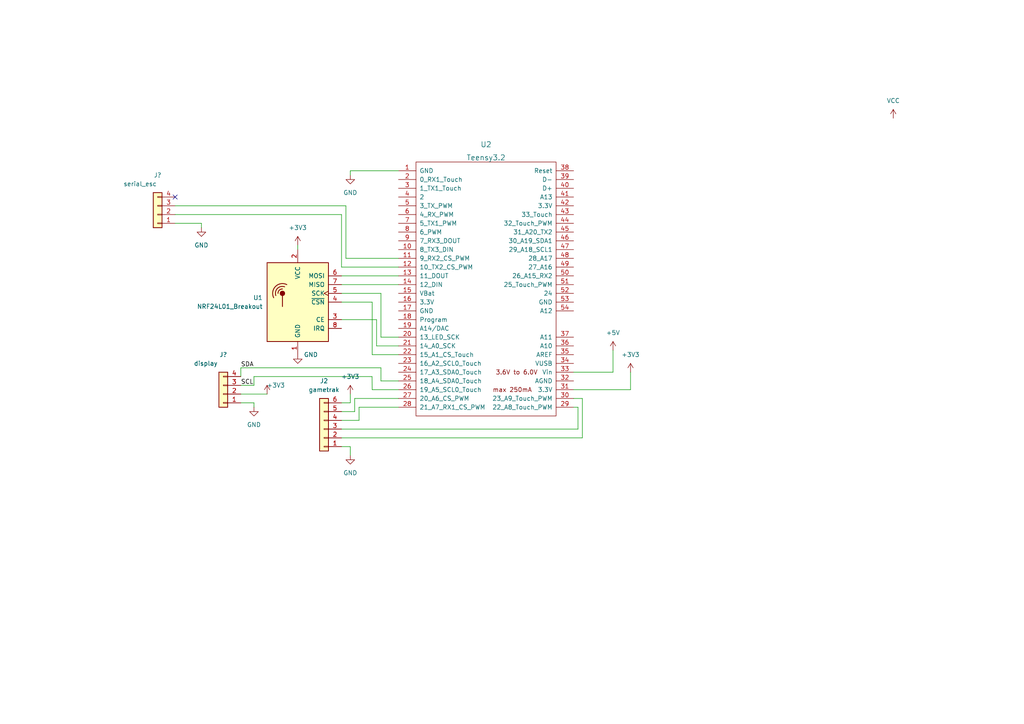
<source format=kicad_sch>
(kicad_sch (version 20211123) (generator eeschema)
  (paper "A4")
  (lib_symbols
    (symbol "Connector_Generic:Conn_01x04" (pin_names (offset 1.016) hide)
      (property "Reference" "J" (at 0 5.08 0))
      (property "Value" "Conn_01x04" (at 0 -7.62 0))
      (symbol "Conn_01x04_1_1"
        (rectangle (start -1.27 -4.953) (end 0 -5.207) (stroke (width 0.1524)))
        (rectangle (start -1.27 -2.413) (end 0 -2.667) (stroke (width 0.1524)))
        (rectangle (start -1.27 0.127) (end 0 -0.127) (stroke (width 0.1524)))
        (rectangle (start -1.27 2.667) (end 0 2.413) (stroke (width 0.1524)))
        (rectangle (start -1.27 3.81) (end 1.27 -6.35) (stroke (width 0.254)) (fill (type background)))
        (pin passive line (at -5.08 2.54 0) (length 3.81) (name "Pin_1") (number "1"))
        (pin passive line (at -5.08 0 0) (length 3.81) (name "Pin_2") (number "2"))
        (pin passive line (at -5.08 -2.54 0) (length 3.81) (name "Pin_3") (number "3"))
        (pin passive line (at -5.08 -5.08 0) (length 3.81) (name "Pin_4") (number "4"))
      )
    )
    (symbol "Connector_Generic:Conn_01x06" (pin_names (offset 1.016) hide)
      (property "Reference" "J" (at 0 7.62 0))
      (property "Value" "Conn_01x06" (at 0 -10.16 0))
      (symbol "Conn_01x06_1_1"
        (rectangle (start -1.27 -7.493) (end 0 -7.747) (stroke (width 0.1524)))
        (rectangle (start -1.27 -4.953) (end 0 -5.207) (stroke (width 0.1524)))
        (rectangle (start -1.27 -2.413) (end 0 -2.667) (stroke (width 0.1524)))
        (rectangle (start -1.27 0.127) (end 0 -0.127) (stroke (width 0.1524)))
        (rectangle (start -1.27 2.667) (end 0 2.413) (stroke (width 0.1524)))
        (rectangle (start -1.27 5.207) (end 0 4.953) (stroke (width 0.1524)))
        (rectangle (start -1.27 6.35) (end 1.27 -8.89) (stroke (width 0.254)) (fill (type background)))
        (pin passive line (at -5.08 5.08 0) (length 3.81) (name "Pin_1") (number "1"))
        (pin passive line (at -5.08 2.54 0) (length 3.81) (name "Pin_2") (number "2"))
        (pin passive line (at -5.08 0 0) (length 3.81) (name "Pin_3") (number "3"))
        (pin passive line (at -5.08 -2.54 0) (length 3.81) (name "Pin_4") (number "4"))
        (pin passive line (at -5.08 -5.08 0) (length 3.81) (name "Pin_5") (number "5"))
        (pin passive line (at -5.08 -7.62 0) (length 3.81) (name "Pin_6") (number "6"))
      )
    )
    (symbol "RF:NRF24L01_Breakout" (pin_names (offset 1.016))
      (property "Reference" "U" (at -8.89 12.7 0))
      (property "Value" "NRF24L01_Breakout" (at 3.81 12.7 0))
      (symbol "NRF24L01_Breakout_0_1"
        (rectangle (start -8.89 11.43) (end 8.89 -11.43) (stroke (width 0.254)) (fill (type background)))
        (polyline (pts (xy 4.445 1.905) (xy 4.445 -1.27)) (stroke (width 0.254)))
        (circle (center 4.445 2.54) (radius 0.635) (stroke (width 0.254)) (fill (type outline)))
        (arc (start 5.715 2.54) (mid 5.3559 3.4509) (end 4.445 3.81) (stroke (width 0.254)))
        (arc (start 6.35 1.905) (mid 5.8833 3.9783) (end 3.81 4.445) (stroke (width 0.254)))
        (arc (start 6.985 1.27) (mid 6.453 4.548) (end 3.175 5.08) (stroke (width 0.254)))
      )
      (symbol "NRF24L01_Breakout_1_1"
        (pin power_in line (at 0 -15.24 90) (length 3.81) (name "GND") (number "1"))
        (pin power_in line (at 0 15.24 270) (length 3.81) (name "VCC") (number "2"))
        (pin input line (at -12.7 -5.08 0) (length 3.81) (name "CE") (number "3"))
        (pin input line (at -12.7 0 0) (length 3.81) (name "~{CSN}") (number "4"))
        (pin input clock (at -12.7 2.54 0) (length 3.81) (name "SCK") (number "5"))
        (pin input line (at -12.7 7.62 0) (length 3.81) (name "MOSI") (number "6"))
        (pin output line (at -12.7 5.08 0) (length 3.81) (name "MISO") (number "7"))
        (pin output line (at -12.7 -7.62 0) (length 3.81) (name "IRQ") (number "8"))
      )
    )
    (symbol "Teensy:Teensy3.2" (pin_names (offset 1.016))
      (property "Reference" "U" (at 0 39.37 0))
      (property "Value" "Teensy3.2" (at 0 -39.37 0))
      (symbol "Teensy3.2_0_0"
        (text "3.6V to 6.0V" (at 8.89 -24.13 0) (effects (font (size 1.27 1.27))))
        (text "max 250mA" (at 7.62 -29.21 0) (effects (font (size 1.27 1.27))))
      )
      (symbol "Teensy3.2_0_1"
        (rectangle (start -20.32 -36.83) (end 20.32 36.83))
      )
      (symbol "Teensy3.2_1_1"
        (pin power_in line (at -25.4 34.29 0) (length 5.08) (name "GND") (number "1"))
        (pin bidirectional line (at -25.4 11.43 0) (length 5.08) (name "8_TX3_DIN") (number "10"))
        (pin bidirectional line (at -25.4 8.89 0) (length 5.08) (name "9_RX2_CS_PWM") (number "11"))
        (pin bidirectional line (at -25.4 6.35 0) (length 5.08) (name "10_TX2_CS_PWM") (number "12"))
        (pin bidirectional line (at -25.4 3.81 0) (length 5.08) (name "11_DOUT") (number "13"))
        (pin bidirectional line (at -25.4 1.27 0) (length 5.08) (name "12_DIN") (number "14"))
        (pin power_in line (at -25.4 -1.27 0) (length 5.08) (name "VBat") (number "15"))
        (pin power_out line (at -25.4 -3.81 0) (length 5.08) (name "3.3V") (number "16"))
        (pin power_in line (at -25.4 -6.35 0) (length 5.08) (name "GND") (number "17"))
        (pin input line (at -25.4 -8.89 0) (length 5.08) (name "Program") (number "18"))
        (pin bidirectional line (at -25.4 -11.43 0) (length 5.08) (name "A14/DAC") (number "19"))
        (pin bidirectional line (at -25.4 31.75 0) (length 5.08) (name "0_RX1_Touch") (number "2"))
        (pin bidirectional line (at -25.4 -13.97 0) (length 5.08) (name "13_LED_SCK") (number "20"))
        (pin bidirectional line (at -25.4 -16.51 0) (length 5.08) (name "14_A0_SCK") (number "21"))
        (pin bidirectional line (at -25.4 -19.05 0) (length 5.08) (name "15_A1_CS_Touch") (number "22"))
        (pin bidirectional line (at -25.4 -21.59 0) (length 5.08) (name "16_A2_SCL0_Touch") (number "23"))
        (pin bidirectional line (at -25.4 -24.13 0) (length 5.08) (name "17_A3_SDA0_Touch") (number "24"))
        (pin bidirectional line (at -25.4 -26.67 0) (length 5.08) (name "18_A4_SDA0_Touch") (number "25"))
        (pin bidirectional line (at -25.4 -29.21 0) (length 5.08) (name "19_A5_SCL0_Touch") (number "26"))
        (pin bidirectional line (at -25.4 -31.75 0) (length 5.08) (name "20_A6_CS_PWM") (number "27"))
        (pin bidirectional line (at -25.4 -34.29 0) (length 5.08) (name "21_A7_RX1_CS_PWM") (number "28"))
        (pin bidirectional line (at 25.4 -34.29 180) (length 5.08) (name "22_A8_Touch_PWM") (number "29"))
        (pin bidirectional line (at -25.4 29.21 0) (length 5.08) (name "1_TX1_Touch") (number "3"))
        (pin bidirectional line (at 25.4 -31.75 180) (length 5.08) (name "23_A9_Touch_PWM") (number "30"))
        (pin power_out line (at 25.4 -29.21 180) (length 5.08) (name "3.3V") (number "31"))
        (pin power_out line (at 25.4 -26.67 180) (length 5.08) (name "AGND") (number "32"))
        (pin power_in line (at 25.4 -24.13 180) (length 5.08) (name "Vin") (number "33"))
        (pin power_in line (at 25.4 -21.59 180) (length 5.08) (name "VUSB") (number "34"))
        (pin input line (at 25.4 -19.05 180) (length 5.08) (name "AREF") (number "35"))
        (pin bidirectional line (at 25.4 -16.51 180) (length 5.08) (name "A10") (number "36"))
        (pin bidirectional line (at 25.4 -13.97 180) (length 5.08) (name "A11") (number "37"))
        (pin input line (at 25.4 34.29 180) (length 5.08) (name "Reset") (number "38"))
        (pin bidirectional line (at 25.4 31.75 180) (length 5.08) (name "D-") (number "39"))
        (pin bidirectional line (at -25.4 26.67 0) (length 5.08) (name "2") (number "4"))
        (pin bidirectional line (at 25.4 29.21 180) (length 5.08) (name "D+") (number "40"))
        (pin bidirectional line (at 25.4 26.67 180) (length 5.08) (name "A13") (number "41"))
        (pin power_out line (at 25.4 24.13 180) (length 5.08) (name "3.3V") (number "42"))
        (pin bidirectional line (at 25.4 21.59 180) (length 5.08) (name "33_Touch") (number "43"))
        (pin bidirectional line (at 25.4 19.05 180) (length 5.08) (name "32_Touch_PWM") (number "44"))
        (pin bidirectional line (at 25.4 16.51 180) (length 5.08) (name "31_A20_TX2") (number "45"))
        (pin bidirectional line (at 25.4 13.97 180) (length 5.08) (name "30_A19_SDA1") (number "46"))
        (pin bidirectional line (at 25.4 11.43 180) (length 5.08) (name "29_A18_SCL1") (number "47"))
        (pin bidirectional line (at 25.4 8.89 180) (length 5.08) (name "28_A17") (number "48"))
        (pin bidirectional line (at 25.4 6.35 180) (length 5.08) (name "27_A16") (number "49"))
        (pin bidirectional line (at -25.4 24.13 0) (length 5.08) (name "3_TX_PWM") (number "5"))
        (pin bidirectional line (at 25.4 3.81 180) (length 5.08) (name "26_A15_RX2") (number "50"))
        (pin bidirectional line (at 25.4 1.27 180) (length 5.08) (name "25_Touch_PWM") (number "51"))
        (pin bidirectional line (at 25.4 -1.27 180) (length 5.08) (name "24") (number "52"))
        (pin power_in line (at 25.4 -3.81 180) (length 5.08) (name "GND") (number "53"))
        (pin bidirectional line (at 25.4 -6.35 180) (length 5.08) (name "A12") (number "54"))
        (pin bidirectional line (at -25.4 21.59 0) (length 5.08) (name "4_RX_PWM") (number "6"))
        (pin bidirectional line (at -25.4 19.05 0) (length 5.08) (name "5_TX1_PWM") (number "7"))
        (pin bidirectional line (at -25.4 16.51 0) (length 5.08) (name "6_PWM") (number "8"))
        (pin bidirectional line (at -25.4 13.97 0) (length 5.08) (name "7_RX3_DOUT") (number "9"))
      )
    )
    (symbol "power:+3V3" (power) (pin_names (offset 0))
      (property "Value" "+3V3" (at 0 3.556 0))
      (symbol "+3V3_0_1"
        (polyline (pts (xy -0.762 1.27) (xy 0 2.54)))
        (polyline (pts (xy 0 0) (xy 0 2.54)))
        (polyline (pts (xy 0 2.54) (xy 0.762 1.27)))
      )
      (symbol "+3V3_1_1"
        (pin power_in line (at 0 0 90) (length 0) hide (name "+3V3") (number "1"))
      )
    )
    (symbol "power:+5V" (power) (pin_names (offset 0))
      (property "Value" "+5V" (at 0 3.556 0))
      (symbol "+5V_0_1"
        (polyline (pts (xy -0.762 1.27) (xy 0 2.54)))
        (polyline (pts (xy 0 0) (xy 0 2.54)))
        (polyline (pts (xy 0 2.54) (xy 0.762 1.27)))
      )
      (symbol "+5V_1_1"
        (pin power_in line (at 0 0 90) (length 0) hide (name "+5V") (number "1"))
      )
    )
    (symbol "power:GND" (power) (pin_names (offset 0))
      (property "Value" "GND" (at 0 -3.81 0))
      (symbol "GND_0_1"
        (polyline (pts (xy 0 0) (xy 0 -1.27) (xy 1.27 -1.27) (xy 0 -2.54) (xy -1.27 -1.27) (xy 0 -1.27)))
      )
      (symbol "GND_1_1"
        (pin power_in line (at 0 0 270) (length 0) hide (name "GND") (number "1"))
      )
    )
    (symbol "power:VCC" (power) (pin_names (offset 0))
      (property "Value" "VCC" (at 0 3.81 0))
      (symbol "VCC_0_1"
        (polyline (pts (xy -0.762 1.27) (xy 0 2.54)))
        (polyline (pts (xy 0 0) (xy 0 2.54)))
        (polyline (pts (xy 0 2.54) (xy 0.762 1.27)))
      )
      (symbol "VCC_1_1"
        (pin power_in line (at 0 0 90) (length 0) hide (name "VCC") (number "1"))
      )
    )
  )
  (no_connect (at 50.8 57.15))
  (wire (pts (xy 99.06 80.01) (xy 115.57 80.01)))
  (wire (pts (xy 99.06 82.55) (xy 115.57 82.55)))
  (wire (pts (xy 101.6 116.84) (xy 101.6 114.3)))
  (wire (pts (xy 99.06 77.47) (xy 99.06 62.23)))
  (wire (pts (xy 107.95 87.63) (xy 107.95 102.87)))
  (wire (pts (xy 109.22 92.71) (xy 99.06 92.71)))
  (wire (pts (xy 100.33 59.69) (xy 100.33 74.93)))
  (wire (pts (xy 104.14 121.92) (xy 99.06 121.92)))
  (wire (pts (xy 110.49 85.09) (xy 110.49 97.79)))
  (wire (pts (xy 99.06 87.63) (xy 107.95 87.63)))
  (wire (pts (xy 101.6 129.54) (xy 101.6 132.08)))
  (wire (pts (xy 69.85 116.84) (xy 73.66 116.84)))
  (wire (pts (xy 167.64 118.11) (xy 166.37 118.11)))
  (wire (pts (xy 115.57 77.47) (xy 99.06 77.47)))
  (wire (pts (xy 58.42 64.77) (xy 58.42 66.04)))
  (wire (pts (xy 73.66 118.11) (xy 73.66 116.84)))
  (wire (pts (xy 99.06 62.23) (xy 50.8 62.23)))
  (wire (pts (xy 182.88 107.95) (xy 182.88 113.03)))
  (wire (pts (xy 107.95 113.03) (xy 115.57 113.03)))
  (wire (pts (xy 107.9077 109.2214) (xy 107.95 113.03)))
  (wire (pts (xy 73.66 109.22) (xy 107.9077 109.2214)))
  (wire (pts (xy 167.64 124.46) (xy 167.64 118.11)))
  (wire (pts (xy 99.06 127) (xy 168.91 127)))
  (wire (pts (xy 115.57 100.33) (xy 109.22 100.33)))
  (wire (pts (xy 100.33 74.93) (xy 115.57 74.93)))
  (wire (pts (xy 99.06 116.84) (xy 101.6 116.84)))
  (wire (pts (xy 50.8 59.69) (xy 100.33 59.69)))
  (wire (pts (xy 50.8 64.77) (xy 58.42 64.77)))
  (wire (pts (xy 104.14 118.11) (xy 104.14 121.92)))
  (wire (pts (xy 110.49 97.79) (xy 115.57 97.79)))
  (wire (pts (xy 107.95 102.87) (xy 115.57 102.87)))
  (wire (pts (xy 182.88 113.03) (xy 166.37 113.03)))
  (wire (pts (xy 99.06 129.54) (xy 101.6 129.54)))
  (wire (pts (xy 73.66 109.22) (xy 73.66 111.76)))
  (wire (pts (xy 101.6 50.8) (xy 101.6 49.53)))
  (wire (pts (xy 109.22 100.33) (xy 109.22 92.71)))
  (wire (pts (xy 110.49 106.68) (xy 110.49 110.49)))
  (wire (pts (xy 102.87 119.38) (xy 102.87 115.57)))
  (wire (pts (xy 166.37 115.57) (xy 168.91 115.57)))
  (wire (pts (xy 86.36 71.12) (xy 86.36 72.39)))
  (wire (pts (xy 73.66 111.76) (xy 69.85 111.76)))
  (wire (pts (xy 69.85 114.3) (xy 77.47 114.3)))
  (wire (pts (xy 69.85 106.68) (xy 69.85 109.22)))
  (wire (pts (xy 115.57 118.11) (xy 104.14 118.11)))
  (wire (pts (xy 69.85 106.68) (xy 110.49 106.68)))
  (wire (pts (xy 99.06 85.09) (xy 110.49 85.09)))
  (wire (pts (xy 177.8 107.95) (xy 177.8 101.6)))
  (wire (pts (xy 99.06 119.38) (xy 102.87 119.38)))
  (wire (pts (xy 102.87 115.57) (xy 115.57 115.57)))
  (wire (pts (xy 166.37 107.95) (xy 177.8 107.95)))
  (wire (pts (xy 110.49 110.49) (xy 115.57 110.49)))
  (wire (pts (xy 99.06 124.46) (xy 167.64 124.46)))
  (wire (pts (xy 168.91 115.57) (xy 168.91 127)))
  (wire (pts (xy 101.6 49.53) (xy 115.57 49.53)))
  (label "SDA" (at 69.85 106.68 0))
  (label "SCL" (at 69.85 111.76 0))
  (symbol (lib_id "power:+3V3") (at 182.88 107.95 0) (unit 1)
    (property "Reference" "#PWR0109" (effects hide))
    (property "Value" "+3V3" (at 182.88 102.87 0))
  )
  (symbol (lib_id "power:+3V3") (at 86.36 71.12 0) (unit 1)
    (property "Reference" "#PWR0101" (effects hide))
    (property "Value" "+3V3" (at 86.36 66.04 0))
  )
  (symbol (lib_id "Connector_Generic:Conn_01x06") (at 93.98 124.46 180) (unit 1)
    (property "Reference" "J2" (at 93.98 110.49 0))
    (property "Value" "gametrak" (at 93.98 113.03 0))
    (property "Footprint" "Connector_PinHeader_2.54mm:PinHeader_1x06_P2.54mm_Vertical" (effects hide))
  )
  (symbol (lib_id "power:GND") (at 73.66 118.11 0) (unit 1)
    (property "Reference" "#PWR?" (effects hide))
    (property "Value" "GND" (at 73.66 123.19 0))
  )
  (symbol (lib_id "power:+3V3") (at 101.6 114.3 0) (unit 1)
    (property "Reference" "#PWR0104" (effects hide))
    (property "Value" "+3V3" (at 101.6 109.22 0))
  )
  (symbol (lib_id "Teensy:Teensy3.2") (at 140.97 83.82 0) (unit 1)
    (property "Reference" "U2" (at 140.97 41.91 0) (effects (font (size 1.524 1.524))))
    (property "Value" "Teensy3.2" (at 140.97 45.72 0) (effects (font (size 1.524 1.524))))
  )
  (symbol (lib_id "power:GND") (at 58.42 66.04 0) (unit 1)
    (property "Reference" "#PWR0102" (effects hide))
    (property "Value" "GND" (at 58.42 71.12 0))
  )
  (symbol (lib_id "RF:NRF24L01_Breakout") (at 86.36 87.63 0) (mirror y) (unit 1)
    (property "Reference" "U1" (at 76.2 86.3599 0) (effects (justify left)))
    (property "Value" "NRF24L01_Breakout" (at 76.2 88.8999 0) (effects (justify left)))
    (property "Footprint" "RF_Module:nRF24L01_Breakout" (effects hide))
    (property "Datasheet" "http://www.nordicsemi.com/eng/content/download/2730/34105/file/nRF24L01_Product_Specification_v2_0.pdf" (effects hide))
  )
  (symbol (lib_id "power:GND") (at 86.36 102.87 0) (unit 1)
    (property "Reference" "#PWR0103" (effects hide))
    (property "Value" "GND" (at 90.17 102.87 0))
  )
  (symbol (lib_id "Connector_Generic:Conn_01x04") (at 45.72 62.23 180) (unit 1)
    (property "Reference" "J?" (at 45.72 50.8 0))
    (property "Value" "serial_esc" (at 40.64 53.34 0))
  )
  (symbol (lib_id "power:VCC") (at 259.08 34.29 0) (unit 1)
    (property "Reference" "#PWR0108" (effects hide))
    (property "Value" "VCC" (at 259.08 29.21 0))
  )
  (symbol (lib_id "power:+5V") (at 177.8 101.6 0) (unit 1)
    (property "Reference" "#PWR0107" (effects hide))
    (property "Value" "+5V" (at 177.8 96.52 0))
  )
  (symbol (lib_id "power:GND") (at 101.6 132.08 0) (unit 1)
    (property "Reference" "#PWR0105" (effects hide))
    (property "Value" "GND" (at 101.6 137.16 0))
  )
  (symbol (lib_id "Connector_Generic:Conn_01x04") (at 64.77 114.3 180) (unit 1)
    (property "Reference" "J?" (at 64.77 102.87 0))
    (property "Value" "display" (at 59.69 105.41 0))
  )
  (symbol (lib_id "power:+3V3") (at 77.47 114.3 0) (unit 1)
    (property "Reference" "#PWR?" (effects hide))
    (property "Value" "+3V3" (at 80.01 111.76 0))
  )
  (symbol (lib_id "power:GND") (at 101.6 50.8 0) (unit 1)
    (property "Reference" "#PWR0106" (effects hide))
    (property "Value" "GND" (at 101.6 55.88 0))
  )
)
</source>
